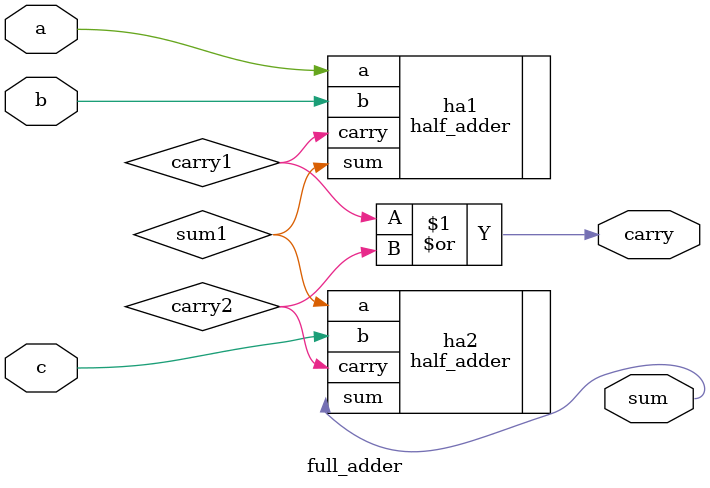
<source format=v>
`include "half_adder.v"

module full_adder(input a, input b, input c, output sum, output carry);

wire sum1, carry1, carry2;
half_adder ha1(.a(a), .b(b), .sum(sum1), .carry(carry1));
half_adder ha2(.a(sum1), .b(c), .sum(sum), .carry(carry2));

assign carry = carry1 | carry2;


endmodule

</source>
